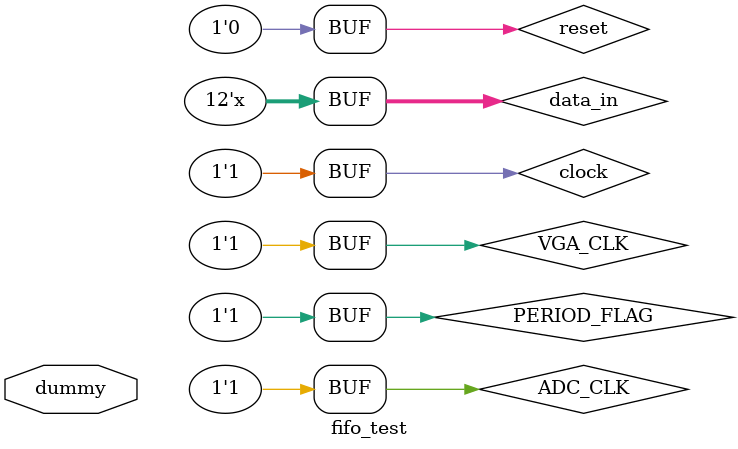
<source format=sv>
module fifo_test(input dummy);
reg clock,ADC_CLK,VGA_CLK;
reg [11:0]data_in;
wire fifo_full;
reg reset;
reg [9:0]xaxis;
reg PERIOD_FLAG;
reg waveform;
wire  [11:0]VGA_out;
//wire [7:0]VGA_screen_print;
reg [9:0]yaxis;
//ADC_CLK,
//VGA_CLK,
//data_in,
//Fifo_Full,
//reset,
//xaxis,
//PERIOD_FLAG,
//waveform,
//VGA_out,
//VGA_screen_print
Fifo test(clock,ADC_CLK,VGA_CLK,data_in,fifo_full,reset,xaxis,PERIOD_FLAG,waveform,VGA_out);
initial begin
clock = 0;
ADC_CLK= 0;
VGA_CLK = 0;
PERIOD_FLAG = 0;
data_in = 0;
reset = 0;
xaxis = 0;
waveform = 0;
end
always begin
#10;
clock <= 0;
#10 ;
clock <= 1;
end
always begin
#100;
ADC_CLK <= 0;
#100 ;
ADC_CLK <= 1;
end
always begin
#20;
VGA_CLK <= 0;
#20 ;
VGA_CLK <= 1;
end
always begin
#2400;
PERIOD_FLAG <= 1;
#100
PERIOD_FLAG <= 1;
end
always @(posedge VGA_CLK) begin
if (xaxis == 10'd793)
	xaxis <= 10'd0;
else 
	xaxis <=xaxis+10'd1;
end
always @(posedge VGA_CLK)begin
if (xaxis > 10'd638)
	waveform <= 0;
else
	waveform <= 1;
end
always begin
#100
data_in <= 12'd1000;
#100
data_in <= data_in +12'd40;
#100
data_in <= data_in +12'd40;
#100
data_in <= data_in +12'd40;
#100
data_in <= data_in +12'd40;
#100
data_in <= data_in +12'd40;
#100
data_in <= data_in +12'd40;
#100
data_in <= data_in +12'd40;
#100
data_in <= data_in +12'd40;
#100
data_in <= data_in +12'd40;
#100
data_in <= data_in +12'd40;
#100
data_in <= data_in +12'd40;
#100
data_in <= data_in +12'd40;
#100
data_in <= data_in -12'd40;
#100
data_in <= data_in -12'd40;
#100
data_in <= data_in -12'd40;
#100
data_in <= data_in -12'd40;
#100
data_in <= data_in -12'd40;
#100
data_in <= data_in -12'd40;
#100
data_in <= data_in -12'd40;
#100
data_in <= data_in -12'd40;
#100
data_in <= data_in -12'd40;
#100
data_in <= data_in -12'd40;
#100
data_in <= data_in -12'd40;
#100
data_in <= data_in -12'd40;
end
/*always begin
#10;
#100000;
data_out_request  <= 1;
#1000;
data_out_request <= 0;
end*/
endmodule

</source>
